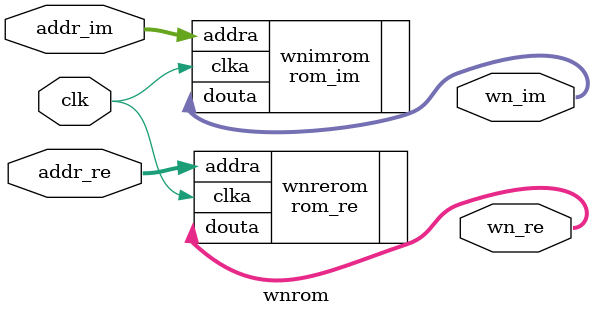
<source format=v>
`timescale 1ns / 1ps

module wnrom
#(
	parameter width=16,
	parameter addrw=9
)
(
	input clk,
	input [addrw-1:0] addr_re,
	input [addrw-1:0] addr_im,
	output signed [width-1:0] wn_re,
	output signed [width-1:0] wn_im
);
	rom_re wnrerom(
		.clka(clk),
		.addra(addr_re),
		.douta(wn_re)
	);
	rom_im wnimrom(
		.clka(clk),
		.addra(addr_im),
		.douta(wn_im)
	);

endmodule

</source>
